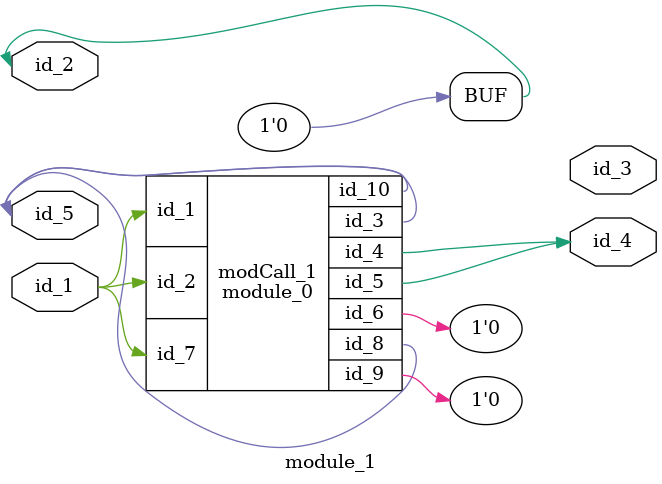
<source format=v>
module module_0 (
    id_1,
    id_2,
    id_3,
    id_4,
    id_5,
    id_6,
    id_7,
    id_8,
    id_9,
    id_10
);
  inout wire id_10;
  inout wire id_9;
  inout wire id_8;
  input wire id_7;
  output wire id_6;
  output wire id_5;
  output wire id_4;
  output wire id_3;
  input wire id_2;
  input wire id_1;
  assign id_9 = -1'b0;
endmodule
module module_1 (
    id_1,
    id_2,
    id_3,
    id_4,
    id_5
);
  inout wire id_5;
  output wire id_4;
  output wire id_3;
  inout wire id_2;
  inout wire id_1;
  assign id_2 = 1'b0;
  module_0 modCall_1 (
      id_1,
      id_1,
      id_5,
      id_4,
      id_4,
      id_2,
      id_1,
      id_5,
      id_2,
      id_5
  );
endmodule

</source>
